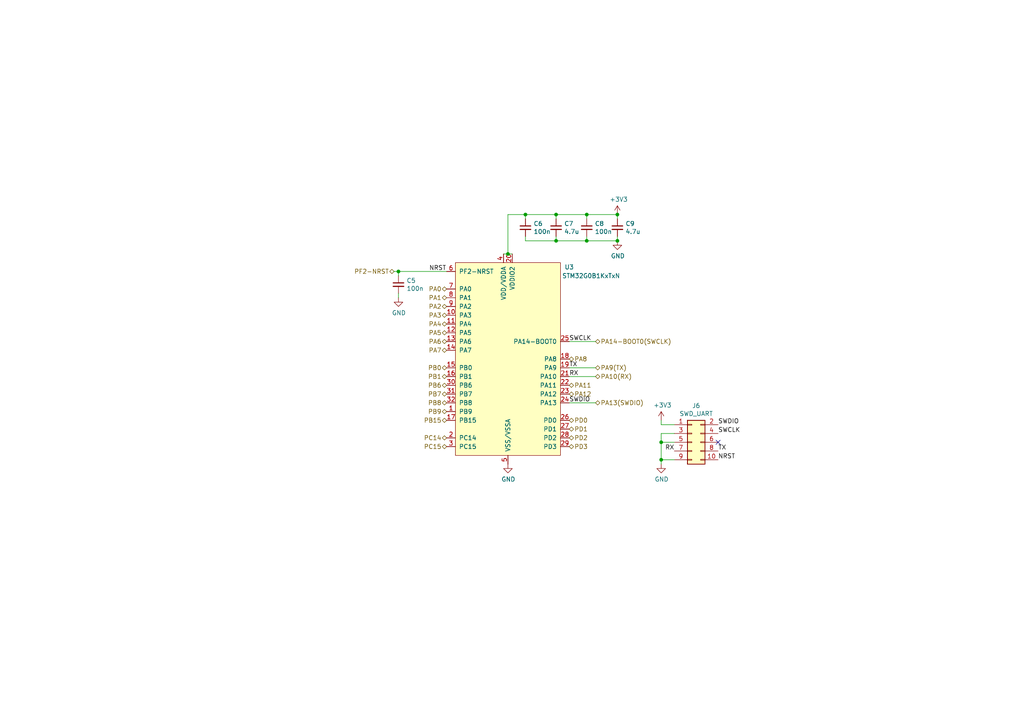
<source format=kicad_sch>
(kicad_sch (version 20211123) (generator eeschema)
  (paper "A4")
  (lib_symbols
    (symbol "Connector_Generic:Conn_02x05_Odd_Even" (pin_names (offset 1.016) hide)
      (property "Reference" "J" (at 1.27 7.62 0))
      (property "Value" "Conn_02x05_Odd_Even" (at 1.27 -7.62 0))
      (symbol "Conn_02x05_Odd_Even_1_1"
        (rectangle (start -1.27 -4.953) (end 0 -5.207) (stroke (width 0.1524)))
        (rectangle (start -1.27 -2.413) (end 0 -2.667) (stroke (width 0.1524)))
        (rectangle (start -1.27 0.127) (end 0 -0.127) (stroke (width 0.1524)))
        (rectangle (start -1.27 2.667) (end 0 2.413) (stroke (width 0.1524)))
        (rectangle (start -1.27 5.207) (end 0 4.953) (stroke (width 0.1524)))
        (rectangle (start -1.27 6.35) (end 3.81 -6.35) (stroke (width 0.254)) (fill (type background)))
        (rectangle (start 3.81 -4.953) (end 2.54 -5.207) (stroke (width 0.1524)))
        (rectangle (start 3.81 -2.413) (end 2.54 -2.667) (stroke (width 0.1524)))
        (rectangle (start 3.81 0.127) (end 2.54 -0.127) (stroke (width 0.1524)))
        (rectangle (start 3.81 2.667) (end 2.54 2.413) (stroke (width 0.1524)))
        (rectangle (start 3.81 5.207) (end 2.54 4.953) (stroke (width 0.1524)))
        (pin passive line (at -5.08 5.08 0) (length 3.81) (name "Pin_1") (number "1"))
        (pin passive line (at 7.62 -5.08 180) (length 3.81) (name "Pin_10") (number "10"))
        (pin passive line (at 7.62 5.08 180) (length 3.81) (name "Pin_2") (number "2"))
        (pin passive line (at -5.08 2.54 0) (length 3.81) (name "Pin_3") (number "3"))
        (pin passive line (at 7.62 2.54 180) (length 3.81) (name "Pin_4") (number "4"))
        (pin passive line (at -5.08 0 0) (length 3.81) (name "Pin_5") (number "5"))
        (pin passive line (at 7.62 0 180) (length 3.81) (name "Pin_6") (number "6"))
        (pin passive line (at -5.08 -2.54 0) (length 3.81) (name "Pin_7") (number "7"))
        (pin passive line (at 7.62 -2.54 180) (length 3.81) (name "Pin_8") (number "8"))
        (pin passive line (at -5.08 -5.08 0) (length 3.81) (name "Pin_9") (number "9"))
      )
    )
    (symbol "Device:C_Small" (pin_numbers hide) (pin_names (offset 0.254) hide)
      (property "Reference" "C" (at 0.254 1.778 0))
      (property "Value" "C_Small" (at 0.254 -2.032 0))
      (symbol "C_Small_0_1"
        (polyline (pts (xy -1.524 -0.508) (xy 1.524 -0.508)) (stroke (width 0.3302)))
        (polyline (pts (xy -1.524 0.508) (xy 1.524 0.508)) (stroke (width 0.3048)))
      )
      (symbol "C_Small_1_1"
        (pin passive line (at 0 2.54 270) (length 2.032) (name "~") (number "1"))
        (pin passive line (at 0 -2.54 90) (length 2.032) (name "~") (number "2"))
      )
    )
    (symbol "extraparts:STM32G0B1KxTxN" (pin_names (offset 1.016))
      (property "Reference" "U" (at -13.97 29.21 0))
      (property "Value" "STM32G0B1KxTxN" (at 11.43 29.21 0))
      (symbol "STM32G0B1KxTxN_0_1"
        (rectangle (start -15.24 27.94) (end 15.24 -27.94) (fill (type background)))
      )
      (symbol "STM32G0B1KxTxN_1_1"
        (pin bidirectional line (at -17.78 -15.24 0) (length 2.54) (name "PB9") (number "1"))
        (pin bidirectional line (at -17.78 12.7 0) (length 2.54) (name "PA3") (number "10"))
        (pin bidirectional line (at -17.78 10.16 0) (length 2.54) (name "PA4") (number "11"))
        (pin bidirectional line (at -17.78 7.62 0) (length 2.54) (name "PA5") (number "12"))
        (pin bidirectional line (at -17.78 5.08 0) (length 2.54) (name "PA6") (number "13"))
        (pin bidirectional line (at -17.78 2.54 0) (length 2.54) (name "PA7") (number "14"))
        (pin bidirectional line (at -17.78 -2.54 0) (length 2.54) (name "PB0") (number "15"))
        (pin bidirectional line (at -17.78 -5.08 0) (length 2.54) (name "PB1") (number "16"))
        (pin bidirectional line (at -17.78 -17.78 0) (length 2.54) (name "PB15") (number "17"))
        (pin bidirectional line (at 17.78 0 180) (length 2.54) (name "PA8") (number "18"))
        (pin bidirectional line (at 17.78 -2.54 180) (length 2.54) (name "PA9") (number "19"))
        (pin bidirectional line (at -17.78 -22.86 0) (length 2.54) (name "PC14") (number "2"))
        (pin power_in line (at 1.27 30.48 270) (length 2.54) (name "VDDIO2") (number "20"))
        (pin bidirectional line (at 17.78 -5.08 180) (length 2.54) (name "PA10") (number "21"))
        (pin bidirectional line (at 17.78 -7.62 180) (length 2.54) (name "PA11") (number "22"))
        (pin bidirectional line (at 17.78 -10.16 180) (length 2.54) (name "PA12") (number "23"))
        (pin bidirectional line (at 17.78 -12.7 180) (length 2.54) (name "PA13") (number "24"))
        (pin bidirectional line (at 17.78 5.08 180) (length 2.54) (name "PA14-BOOT0") (number "25"))
        (pin bidirectional line (at 17.78 -17.78 180) (length 2.54) (name "PD0") (number "26"))
        (pin bidirectional line (at 17.78 -20.32 180) (length 2.54) (name "PD1") (number "27"))
        (pin bidirectional line (at 17.78 -22.86 180) (length 2.54) (name "PD2") (number "28"))
        (pin bidirectional line (at 17.78 -25.4 180) (length 2.54) (name "PD3") (number "29"))
        (pin bidirectional line (at -17.78 -25.4 0) (length 2.54) (name "PC15") (number "3"))
        (pin bidirectional line (at -17.78 -7.62 0) (length 2.54) (name "PB6") (number "30"))
        (pin bidirectional line (at -17.78 -10.16 0) (length 2.54) (name "PB7") (number "31"))
        (pin bidirectional line (at -17.78 -12.7 0) (length 2.54) (name "PB8") (number "32"))
        (pin power_in line (at -1.27 30.48 270) (length 2.54) (name "VDD/VDDA") (number "4"))
        (pin power_in line (at 0 -30.48 90) (length 2.54) (name "VSS/VSSA") (number "5"))
        (pin bidirectional line (at -17.78 25.4 0) (length 2.54) (name "PF2-NRST") (number "6"))
        (pin bidirectional line (at -17.78 20.32 0) (length 2.54) (name "PA0") (number "7"))
        (pin bidirectional line (at -17.78 17.78 0) (length 2.54) (name "PA1") (number "8"))
        (pin bidirectional line (at -17.78 15.24 0) (length 2.54) (name "PA2") (number "9"))
      )
    )
    (symbol "power:+3V3" (power) (pin_names (offset 0))
      (property "Value" "+3V3" (at 0 3.556 0))
      (symbol "+3V3_0_1"
        (polyline (pts (xy -0.762 1.27) (xy 0 2.54)))
        (polyline (pts (xy 0 0) (xy 0 2.54)))
        (polyline (pts (xy 0 2.54) (xy 0.762 1.27)))
      )
      (symbol "+3V3_1_1"
        (pin power_in line (at 0 0 90) (length 0) hide (name "+3V3") (number "1"))
      )
    )
    (symbol "power:GND" (power) (pin_names (offset 0))
      (property "Value" "GND" (at 0 -3.81 0))
      (symbol "GND_0_1"
        (polyline (pts (xy 0 0) (xy 0 -1.27) (xy 1.27 -1.27) (xy 0 -2.54) (xy -1.27 -1.27) (xy 0 -1.27)))
      )
      (symbol "GND_1_1"
        (pin power_in line (at 0 0 270) (length 0) hide (name "GND") (number "1"))
      )
    )
  )
  (junction (at 161.29 69.85))
  (junction (at 191.77 133.35))
  (junction (at 170.18 62.23))
  (junction (at 147.32 73.66))
  (junction (at 161.29 62.23))
  (junction (at 170.18 69.85))
  (junction (at 152.4 62.23))
  (junction (at 115.57 78.74))
  (junction (at 179.07 69.85))
  (junction (at 179.07 62.23))
  (junction (at 191.77 128.27))
  (no_connect (at 208.28 128.27))
  (wire (pts (xy 179.07 69.85) (xy 170.18 69.85)))
  (wire (pts (xy 152.4 62.23) (xy 161.29 62.23)))
  (wire (pts (xy 170.18 62.23) (xy 179.07 62.23)))
  (wire (pts (xy 179.07 69.85) (xy 179.07 68.58)))
  (wire (pts (xy 172.72 99.06) (xy 165.1 99.06)))
  (wire (pts (xy 195.58 125.73) (xy 191.77 125.73)))
  (wire (pts (xy 152.4 69.85) (xy 152.4 68.58)))
  (wire (pts (xy 147.32 62.23) (xy 152.4 62.23)))
  (wire (pts (xy 152.4 63.5) (xy 152.4 62.23)))
  (wire (pts (xy 172.72 106.68) (xy 165.1 106.68)))
  (wire (pts (xy 161.29 63.5) (xy 161.29 62.23)))
  (wire (pts (xy 147.32 73.66) (xy 147.32 62.23)))
  (wire (pts (xy 195.58 133.35) (xy 191.77 133.35)))
  (wire (pts (xy 161.29 69.85) (xy 152.4 69.85)))
  (wire (pts (xy 172.72 116.84) (xy 165.1 116.84)))
  (wire (pts (xy 170.18 68.58) (xy 170.18 69.85)))
  (wire (pts (xy 170.18 63.5) (xy 170.18 62.23)))
  (wire (pts (xy 191.77 121.92) (xy 191.77 123.19)))
  (wire (pts (xy 115.57 86.36) (xy 115.57 85.09)))
  (wire (pts (xy 179.07 63.5) (xy 179.07 62.23)))
  (wire (pts (xy 191.77 128.27) (xy 191.77 133.35)))
  (wire (pts (xy 161.29 68.58) (xy 161.29 69.85)))
  (wire (pts (xy 146.05 73.66) (xy 147.32 73.66)))
  (wire (pts (xy 191.77 133.35) (xy 191.77 134.62)))
  (wire (pts (xy 195.58 128.27) (xy 191.77 128.27)))
  (wire (pts (xy 115.57 78.74) (xy 129.54 78.74)))
  (wire (pts (xy 147.32 73.66) (xy 148.59 73.66)))
  (wire (pts (xy 172.72 109.22) (xy 165.1 109.22)))
  (wire (pts (xy 115.57 78.74) (xy 115.57 80.01)))
  (wire (pts (xy 161.29 62.23) (xy 170.18 62.23)))
  (wire (pts (xy 114.3 78.74) (xy 115.57 78.74)))
  (wire (pts (xy 191.77 123.19) (xy 195.58 123.19)))
  (wire (pts (xy 170.18 69.85) (xy 161.29 69.85)))
  (wire (pts (xy 191.77 125.73) (xy 191.77 128.27)))
  (label "TX" (at 208.28 130.81 0))
  (label "NRST" (at 208.28 133.35 0))
  (label "RX" (at 165.1 109.22 0))
  (label "SWCLK" (at 208.28 125.73 0))
  (label "RX" (at 195.58 130.81 180))
  (label "SWCLK" (at 165.1 99.06 0))
  (label "SWDIO" (at 165.1 116.84 0))
  (label "TX" (at 165.1 106.68 0))
  (label "NRST" (at 124.46 78.74 0))
  (label "SWDIO" (at 208.28 123.19 0))
  (hierarchical_label "PD0" (shape bidirectional) (at 165.1 121.92 0))
  (hierarchical_label "PA10(RX)" (shape bidirectional) (at 172.72 109.22 0))
  (hierarchical_label "PB0" (shape bidirectional) (at 129.54 106.68 180))
  (hierarchical_label "PD2" (shape bidirectional) (at 165.1 127 0))
  (hierarchical_label "PA7" (shape bidirectional) (at 129.54 101.6 180))
  (hierarchical_label "PF2-NRST" (shape bidirectional) (at 114.3 78.74 180))
  (hierarchical_label "PA14-BOOT0(SWCLK)" (shape bidirectional) (at 172.72 99.06 0))
  (hierarchical_label "PB6" (shape bidirectional) (at 129.54 111.76 180))
  (hierarchical_label "PA1" (shape bidirectional) (at 129.54 86.36 180))
  (hierarchical_label "PA3" (shape bidirectional) (at 129.54 91.44 180))
  (hierarchical_label "PD1" (shape bidirectional) (at 165.1 124.46 0))
  (hierarchical_label "PA5" (shape bidirectional) (at 129.54 96.52 180))
  (hierarchical_label "PB8" (shape bidirectional) (at 129.54 116.84 180))
  (hierarchical_label "PB15" (shape bidirectional) (at 129.54 121.92 180))
  (hierarchical_label "PA12" (shape bidirectional) (at 165.1 114.3 0))
  (hierarchical_label "PA4" (shape bidirectional) (at 129.54 93.98 180))
  (hierarchical_label "PA6" (shape bidirectional) (at 129.54 99.06 180))
  (hierarchical_label "PB7" (shape bidirectional) (at 129.54 114.3 180))
  (hierarchical_label "PC15" (shape bidirectional) (at 129.54 129.54 180))
  (hierarchical_label "PA13(SWDIO)" (shape bidirectional) (at 172.72 116.84 0))
  (hierarchical_label "PA0" (shape bidirectional) (at 129.54 83.82 180))
  (hierarchical_label "PA9(TX)" (shape bidirectional) (at 172.72 106.68 0))
  (hierarchical_label "PD3" (shape bidirectional) (at 165.1 129.54 0))
  (hierarchical_label "PB9" (shape bidirectional) (at 129.54 119.38 180))
  (hierarchical_label "PA8" (shape bidirectional) (at 165.1 104.14 0))
  (hierarchical_label "PB1" (shape bidirectional) (at 129.54 109.22 180))
  (hierarchical_label "PA11" (shape bidirectional) (at 165.1 111.76 0))
  (hierarchical_label "PC14" (shape bidirectional) (at 129.54 127 180))
  (hierarchical_label "PA2" (shape bidirectional) (at 129.54 88.9 180))
  (symbol (lib_id "Connector_Generic:Conn_02x05_Odd_Even") (at 200.66 128.27 0) (unit 1)
    (property "Reference" "J6" (at 201.93 117.6782 0))
    (property "Value" "SWD_UART" (at 201.93 119.9896 0))
    (property "Footprint" "Connector_PinHeader_1.27mm:PinHeader_2x05_P1.27mm_Vertical_SMD" (effects hide))
  )
  (symbol (lib_id "power:+3V3") (at 191.77 121.92 0) (unit 1)
    (property "Reference" "#PWR026" (effects hide))
    (property "Value" "+3V3" (at 192.151 117.5258 0))
  )
  (symbol (lib_id "power:GND") (at 191.77 134.62 0) (unit 1)
    (property "Reference" "#PWR027" (effects hide))
    (property "Value" "GND" (at 191.897 139.0142 0))
  )
  (symbol (lib_id "extraparts:STM32G0B1KxTxN") (at 147.32 104.14 0) (unit 1)
    (property "Reference" "U3" (at 165.1 77.47 0))
    (property "Value" "STM32G0B1KxTxN" (at 171.45 80.01 0))
    (property "Footprint" "Package_QFP:LQFP-32_7x7mm_P0.8mm" (effects hide))
  )
  (symbol (lib_id "Device:C_Small") (at 152.4 66.04 0) (unit 1)
    (property "Reference" "C6" (at 154.7368 64.8716 0) (effects (justify left)))
    (property "Value" "100n" (at 154.7368 67.183 0) (effects (justify left)))
    (property "Footprint" "Capacitor_SMD:C_0603_1608Metric" (effects hide))
  )
  (symbol (lib_id "Device:C_Small") (at 161.29 66.04 0) (unit 1)
    (property "Reference" "C7" (at 163.6268 64.8716 0) (effects (justify left)))
    (property "Value" "4.7u" (at 163.6268 67.183 0) (effects (justify left)))
    (property "Footprint" "Capacitor_SMD:C_0603_1608Metric" (effects hide))
  )
  (symbol (lib_id "Device:C_Small") (at 170.18 66.04 0) (unit 1)
    (property "Reference" "C8" (at 172.5168 64.8716 0) (effects (justify left)))
    (property "Value" "100n" (at 172.5168 67.183 0) (effects (justify left)))
    (property "Footprint" "Capacitor_SMD:C_0603_1608Metric" (effects hide))
  )
  (symbol (lib_id "Device:C_Small") (at 179.07 66.04 0) (unit 1)
    (property "Reference" "C9" (at 181.4068 64.8716 0) (effects (justify left)))
    (property "Value" "4.7u" (at 181.4068 67.183 0) (effects (justify left)))
    (property "Footprint" "Capacitor_SMD:C_0603_1608Metric" (effects hide))
  )
  (symbol (lib_id "power:+3V3") (at 179.07 62.23 0) (unit 1)
    (property "Reference" "#PWR024" (effects hide))
    (property "Value" "+3V3" (at 179.451 57.8358 0))
  )
  (symbol (lib_id "power:GND") (at 179.07 69.85 0) (unit 1)
    (property "Reference" "#PWR025" (effects hide))
    (property "Value" "GND" (at 179.197 74.2442 0))
  )
  (symbol (lib_id "power:GND") (at 147.32 134.62 0) (unit 1)
    (property "Reference" "#PWR023" (effects hide))
    (property "Value" "GND" (at 147.447 139.0142 0))
  )
  (symbol (lib_id "Device:C_Small") (at 115.57 82.55 0) (unit 1)
    (property "Reference" "C5" (at 117.9068 81.3816 0) (effects (justify left)))
    (property "Value" "100n" (at 117.9068 83.693 0) (effects (justify left)))
    (property "Footprint" "Capacitor_SMD:C_0603_1608Metric" (effects hide))
  )
  (symbol (lib_id "power:GND") (at 115.57 86.36 0) (unit 1)
    (property "Reference" "#PWR022" (effects hide))
    (property "Value" "GND" (at 115.697 90.7542 0))
  )
)
</source>
